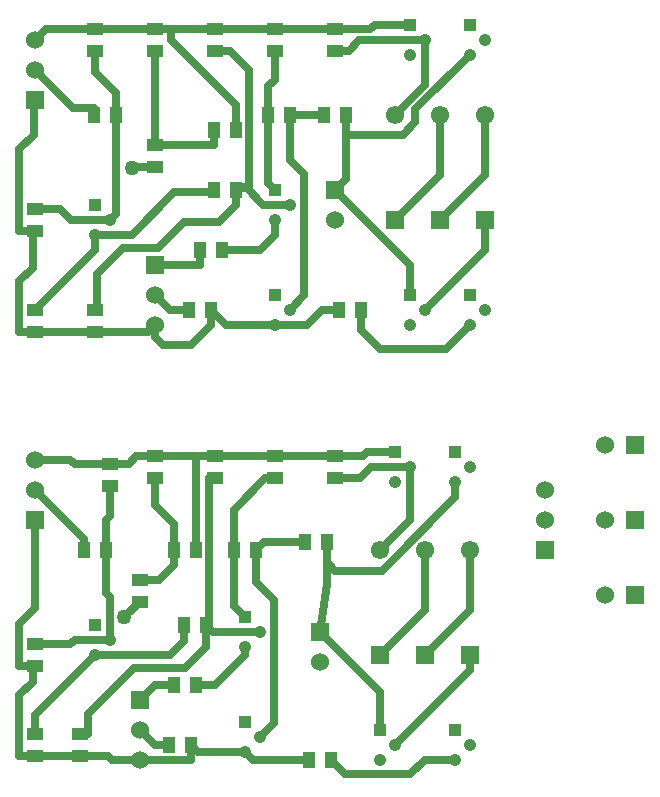
<source format=gtl>
G04*
G04 #@! TF.GenerationSoftware,Altium Limited,Altium Designer,23.11.1 (41)*
G04*
G04 Layer_Physical_Order=1*
G04 Layer_Color=255*
%FSLAX44Y44*%
%MOMM*%
G71*
G04*
G04 #@! TF.SameCoordinates,1A69B1BA-F8A6-4B25-9280-10EF192BA1B0*
G04*
G04*
G04 #@! TF.FilePolarity,Positive*
G04*
G01*
G75*
%ADD19R,1.5500X1.5500*%
%ADD20C,1.5500*%
%ADD23R,1.4500X1.0500*%
%ADD24R,1.0500X1.4500*%
%ADD25C,0.6350*%
%ADD26R,1.5240X1.5240*%
%ADD27C,1.5240*%
%ADD28C,1.0500*%
%ADD29R,1.0500X1.0500*%
%ADD30R,1.5240X1.5240*%
%ADD31C,1.2700*%
D19*
X584200Y736600D02*
D03*
X660400D02*
D03*
X622300D02*
D03*
X647700Y368400D02*
D03*
X609600D02*
D03*
X571500D02*
D03*
D20*
X584200Y825400D02*
D03*
X660400D02*
D03*
X622300D02*
D03*
X647700Y457200D02*
D03*
X609600D02*
D03*
X571500D02*
D03*
D23*
X279400Y660400D02*
D03*
Y641900D02*
D03*
Y745850D02*
D03*
Y727350D02*
D03*
X330200Y660400D02*
D03*
Y641900D02*
D03*
X381000Y800100D02*
D03*
Y781600D02*
D03*
X330200Y898250D02*
D03*
Y879750D02*
D03*
X381000Y898250D02*
D03*
Y879750D02*
D03*
X431800Y898250D02*
D03*
Y879750D02*
D03*
X482600Y898250D02*
D03*
Y879750D02*
D03*
X533400Y898250D02*
D03*
Y879750D02*
D03*
Y517850D02*
D03*
Y536350D02*
D03*
X482600Y517850D02*
D03*
Y536350D02*
D03*
X317500Y282850D02*
D03*
Y301350D02*
D03*
X431800Y517850D02*
D03*
Y536350D02*
D03*
X279400Y282850D02*
D03*
Y301350D02*
D03*
X368300Y413300D02*
D03*
Y431800D02*
D03*
X381000Y517850D02*
D03*
Y536350D02*
D03*
X279400Y359050D02*
D03*
Y377550D02*
D03*
X342900Y511450D02*
D03*
Y529950D02*
D03*
D24*
X428350Y660400D02*
D03*
X409850D02*
D03*
X437600Y711200D02*
D03*
X419100D02*
D03*
X347850Y825500D02*
D03*
X329350D02*
D03*
X449450Y762000D02*
D03*
X430950D02*
D03*
X449450Y812800D02*
D03*
X430950D02*
D03*
X495300Y825500D02*
D03*
X476800D02*
D03*
X542650D02*
D03*
X524150D02*
D03*
X555350Y660400D02*
D03*
X536850D02*
D03*
X511450Y279400D02*
D03*
X529950D02*
D03*
X508000Y463600D02*
D03*
X526500D02*
D03*
X397150Y342900D02*
D03*
X415650D02*
D03*
X392850Y292100D02*
D03*
X411350D02*
D03*
X447950Y457200D02*
D03*
X466450D02*
D03*
X405550Y393700D02*
D03*
X424050D02*
D03*
X397150Y457200D02*
D03*
X415650D02*
D03*
X320950D02*
D03*
X339450D02*
D03*
D25*
X279400Y641900D02*
X330200D01*
X309626Y736600D02*
X342900D01*
X266192Y641900D02*
Y685038D01*
Y727350D02*
X277368D01*
X266192Y685038D02*
X277368Y696214D01*
X266192Y641900D02*
X279400D01*
X277368Y696214D02*
Y727350D01*
X279400D01*
Y660400D02*
X330200Y711200D01*
X387350Y630936D02*
X411586D01*
X381000Y637286D02*
X387350Y630936D01*
X411586D02*
X428350Y647700D01*
X330200Y641900D02*
X375200D01*
X381000Y637286D02*
Y647700D01*
X375200Y641900D02*
X381000Y647700D01*
X428350D02*
Y660400D01*
X330200D02*
X331470D01*
X393700D02*
X409850D01*
X381000Y673100D02*
X393700Y660400D01*
X331470D02*
Y690626D01*
X381000Y698500D02*
X419100D01*
X331470Y690626D02*
X353568Y712724D01*
X419100Y698500D02*
Y711200D01*
X353568Y712724D02*
X383794D01*
X330200Y711200D02*
Y723900D01*
X383794Y712724D02*
X405892Y734822D01*
X330200Y723900D02*
X361188D01*
X405892Y734822D02*
X434972D01*
X278384Y808482D02*
Y838200D01*
X300376Y745850D02*
X309626Y736600D01*
X279400Y745850D02*
X300376D01*
X266192Y727350D02*
Y796290D01*
X278384Y808482D01*
X329350Y825500D02*
Y831596D01*
X311404D02*
X329350D01*
X278384Y838200D02*
X279400D01*
Y863600D02*
X311404Y831596D01*
X288650Y898250D02*
X330200D01*
Y861438D02*
Y879750D01*
X279400Y889000D02*
X288650Y898250D01*
X342900Y736600D02*
X347850Y741550D01*
X361188Y723900D02*
X397256Y759968D01*
X430950D01*
Y762000D01*
X361696Y780796D02*
X362500Y781600D01*
X381000D01*
X347850Y741550D02*
Y825500D01*
X381000Y800100D02*
X430950D01*
Y812800D01*
X347850Y825500D02*
Y843788D01*
X381000Y800100D02*
Y879750D01*
X330200Y861438D02*
X347850Y843788D01*
X394716Y889000D02*
X449450Y834266D01*
X394716Y889000D02*
Y898250D01*
X431800D01*
X381000D02*
X394716D01*
X330200D02*
X381000D01*
X482600Y647700D02*
X509270D01*
X441050D02*
X482600D01*
X428350Y660400D02*
X441050Y647700D01*
X509270D02*
X521970Y660400D01*
X495300D02*
X507492Y672592D01*
X437600Y711200D02*
X469900D01*
X482600Y723900D01*
X507492Y672592D02*
Y775208D01*
X482600Y723900D02*
Y736600D01*
X434972Y734822D02*
X449450Y749300D01*
X472440D02*
X495300D01*
X449450D02*
Y762000D01*
X457708Y764032D02*
X472440Y749300D01*
X449450Y762000D02*
X457708Y764032D01*
X449450Y762000D02*
Y764032D01*
X457708D01*
X460248D01*
X476800Y767800D02*
X482600Y762000D01*
X495300Y787400D02*
X507492Y775208D01*
X460248Y764032D02*
Y803148D01*
X571500Y627126D02*
X627126D01*
X555350Y643276D02*
X571500Y627126D01*
X627126D02*
X647700Y647700D01*
X555350Y643276D02*
Y660400D01*
X521970D02*
X536850D01*
X609600D02*
X660400Y711200D01*
X596900Y673100D02*
Y698500D01*
X660400Y711200D02*
Y736600D01*
X533400Y762000D02*
X596900Y698500D01*
X584200Y736600D02*
X622300Y774700D01*
Y736600D02*
X660400Y774700D01*
X533400Y762000D02*
X542650Y771250D01*
Y808736D01*
X476800Y767800D02*
Y825500D01*
X460248Y803148D02*
X460502Y803402D01*
X495300Y787400D02*
Y825500D01*
X542650Y808736D02*
Y825500D01*
X449450Y812800D02*
Y834266D01*
X495300Y825500D02*
X524150D01*
X460502Y803402D02*
Y863748D01*
X476800Y825500D02*
Y849630D01*
X482600Y855430D01*
Y879750D01*
X444500D02*
X460502Y863748D01*
X431800Y879750D02*
X444500D01*
X533400D02*
X544830D01*
X431800Y898250D02*
X482600D01*
X533400D01*
X563372D01*
X660400Y774700D02*
Y825400D01*
X622300Y774700D02*
Y825400D01*
X542650Y808736D02*
X591058D01*
X601472Y819150D01*
Y830072D01*
X584200Y825400D02*
X609600Y850800D01*
X601472Y830072D02*
X647700Y876300D01*
X609600Y850800D02*
Y889000D01*
X544830Y879750D02*
X554080Y889000D01*
X609600D01*
X563372Y898250D02*
X566822Y901700D01*
X596900D01*
X415650Y536350D02*
X431800D01*
X426720Y393700D02*
Y517850D01*
X324104Y301350D02*
Y318516D01*
X277368Y359050D02*
X279400D01*
X266192D02*
X277368D01*
Y345694D02*
Y359050D01*
X526500Y428202D02*
Y446574D01*
X430350Y387400D02*
X469900D01*
X424050Y393700D02*
X430350Y387400D01*
X447950Y457200D02*
Y491327D01*
X474472Y517850D01*
X482600D01*
X447950Y409350D02*
Y457200D01*
Y409350D02*
X457200Y400100D01*
X472850Y463600D02*
X508000D01*
X466450Y457200D02*
X472850Y463600D01*
X381000Y292100D02*
X392850D01*
X368300Y304800D02*
X381000Y292100D01*
X463600Y279400D02*
X511450D01*
X457200Y285800D02*
X463600Y279400D01*
X417650Y285800D02*
X457200D01*
X411350Y292100D02*
X417650Y285800D01*
X596900Y482600D02*
Y527100D01*
X571500Y457200D02*
X596900Y482600D01*
X563478Y527100D02*
X596900D01*
X554228Y517850D02*
X563478Y527100D01*
X533400Y517850D02*
X554228D01*
X647700Y406500D02*
Y457200D01*
X609600Y368400D02*
X647700Y406500D01*
X381000Y342900D02*
X397150D01*
X368300Y330200D02*
X381000Y342900D01*
X526500Y446574D02*
Y463600D01*
Y446574D02*
X533400Y439674D01*
X573024D01*
X635000Y501650D01*
Y514400D01*
X520700Y387400D02*
X526500Y428202D01*
X609346Y279400D02*
X635000D01*
X597154Y267208D02*
X609346Y279400D01*
X542142Y267208D02*
X597154D01*
X529950Y279400D02*
X542142Y267208D01*
X355092Y400092D02*
X368300Y413300D01*
X317500Y301350D02*
X324104D01*
Y318516D02*
X362966Y357378D01*
X406400D01*
X424050Y375028D01*
Y393700D01*
X405550Y380150D02*
Y393700D01*
X393700Y368300D02*
X405550Y380150D01*
X330200Y368300D02*
X393700D01*
X424050Y393700D02*
X426720D01*
Y517850D02*
X431800D01*
X397150Y444500D02*
Y457200D01*
X384450Y431800D02*
X397150Y444500D01*
X368300Y431800D02*
X384450D01*
X279400Y301350D02*
Y317500D01*
X330200Y368300D01*
X584200Y292100D02*
X647700Y355600D01*
Y368400D01*
X320950Y457200D02*
Y466450D01*
X279400Y508000D02*
X320950Y466450D01*
X466450Y430022D02*
Y457200D01*
Y430022D02*
X482092Y414380D01*
Y310692D02*
Y414380D01*
X469900Y298500D02*
X482092Y310692D01*
X457200Y368300D02*
Y374700D01*
X431800Y342900D02*
X457200Y368300D01*
X415650Y342900D02*
X431800D01*
X520700Y387400D02*
X571500Y336600D01*
Y304800D02*
Y336600D01*
X609600Y406500D02*
Y457200D01*
X571500Y368400D02*
X609600Y406500D01*
X411350Y278892D02*
Y292100D01*
X368808Y278892D02*
X411350D01*
X368300Y279400D02*
X368808Y278892D01*
X415650Y457200D02*
Y536350D01*
X279400Y407924D02*
Y482600D01*
X266192Y394716D02*
X279400Y407924D01*
X266192Y359050D02*
Y394716D01*
Y334518D02*
X277368Y345694D01*
X266192Y282850D02*
Y334518D01*
Y282850D02*
X279400D01*
X342900Y486050D02*
Y511450D01*
X339450Y482600D02*
X342900Y486050D01*
X339450Y457200D02*
Y482600D01*
Y420772D02*
Y457200D01*
Y420772D02*
X342900Y417322D01*
Y381000D02*
Y417322D01*
X312822Y381000D02*
X342900D01*
X309372Y377550D02*
X312822Y381000D01*
X279400Y377550D02*
X309372D01*
X381000Y495448D02*
Y517850D01*
Y495448D02*
X397150Y479298D01*
Y457200D02*
Y479298D01*
X560472Y539800D02*
X584200D01*
X557022Y536350D02*
X560472Y539800D01*
X533400Y536350D02*
X557022D01*
X482600D02*
X533400D01*
X431800D02*
X482600D01*
X381000D02*
X415650D01*
X312822Y529950D02*
X342900D01*
X309372Y533400D02*
X312822Y529950D01*
X279400Y533400D02*
X309372D01*
X365048Y536350D02*
X381000D01*
X358648Y529950D02*
X365048Y536350D01*
X342900Y529950D02*
X358648D01*
X344572Y279400D02*
X368300D01*
X341122Y282850D02*
X344572Y279400D01*
X317500Y282850D02*
X341122D01*
X279400D02*
X317500D01*
D26*
X279400Y838200D02*
D03*
X381000Y698500D02*
D03*
X533400Y762000D02*
D03*
X279400Y482600D02*
D03*
X520700Y387400D02*
D03*
X711200Y457200D02*
D03*
X368300Y330200D02*
D03*
D27*
X279400Y863600D02*
D03*
Y889000D02*
D03*
X381000Y673100D02*
D03*
Y647700D02*
D03*
X533400Y736600D02*
D03*
X762000Y546100D02*
D03*
Y419100D02*
D03*
Y482600D02*
D03*
X279400Y533400D02*
D03*
Y508000D02*
D03*
X520700Y362000D02*
D03*
X711200Y508000D02*
D03*
Y482600D02*
D03*
X368300Y279400D02*
D03*
Y304800D02*
D03*
D28*
X330200Y723900D02*
D03*
X342900Y736600D02*
D03*
X482600D02*
D03*
X495300Y749300D02*
D03*
X482600Y647700D02*
D03*
X495300Y660400D02*
D03*
X596900Y647700D02*
D03*
X609600Y660400D02*
D03*
X647700Y647700D02*
D03*
X660400Y660400D02*
D03*
X647700Y876300D02*
D03*
X660400Y889000D02*
D03*
X596900Y876300D02*
D03*
X609600Y889000D02*
D03*
X647700Y292100D02*
D03*
X635000Y279400D02*
D03*
X647700Y527100D02*
D03*
X635000Y514400D02*
D03*
X584200Y292100D02*
D03*
X571500Y279400D02*
D03*
X596900Y527100D02*
D03*
X584200Y514400D02*
D03*
X469900Y298500D02*
D03*
X457200Y285800D02*
D03*
X469900Y387400D02*
D03*
X457200Y374700D02*
D03*
X342900Y381000D02*
D03*
X330200Y368300D02*
D03*
D29*
Y749300D02*
D03*
X482600Y762000D02*
D03*
Y673100D02*
D03*
X596900D02*
D03*
X647700D02*
D03*
Y901700D02*
D03*
X596900D02*
D03*
X635000Y304800D02*
D03*
Y539800D02*
D03*
X571500Y304800D02*
D03*
X584200Y539800D02*
D03*
X457200Y311200D02*
D03*
Y400100D02*
D03*
X330200Y393700D02*
D03*
D30*
X787400Y546100D02*
D03*
Y419100D02*
D03*
Y482600D02*
D03*
D31*
X361696Y780796D02*
D03*
X355092Y400092D02*
D03*
M02*

</source>
